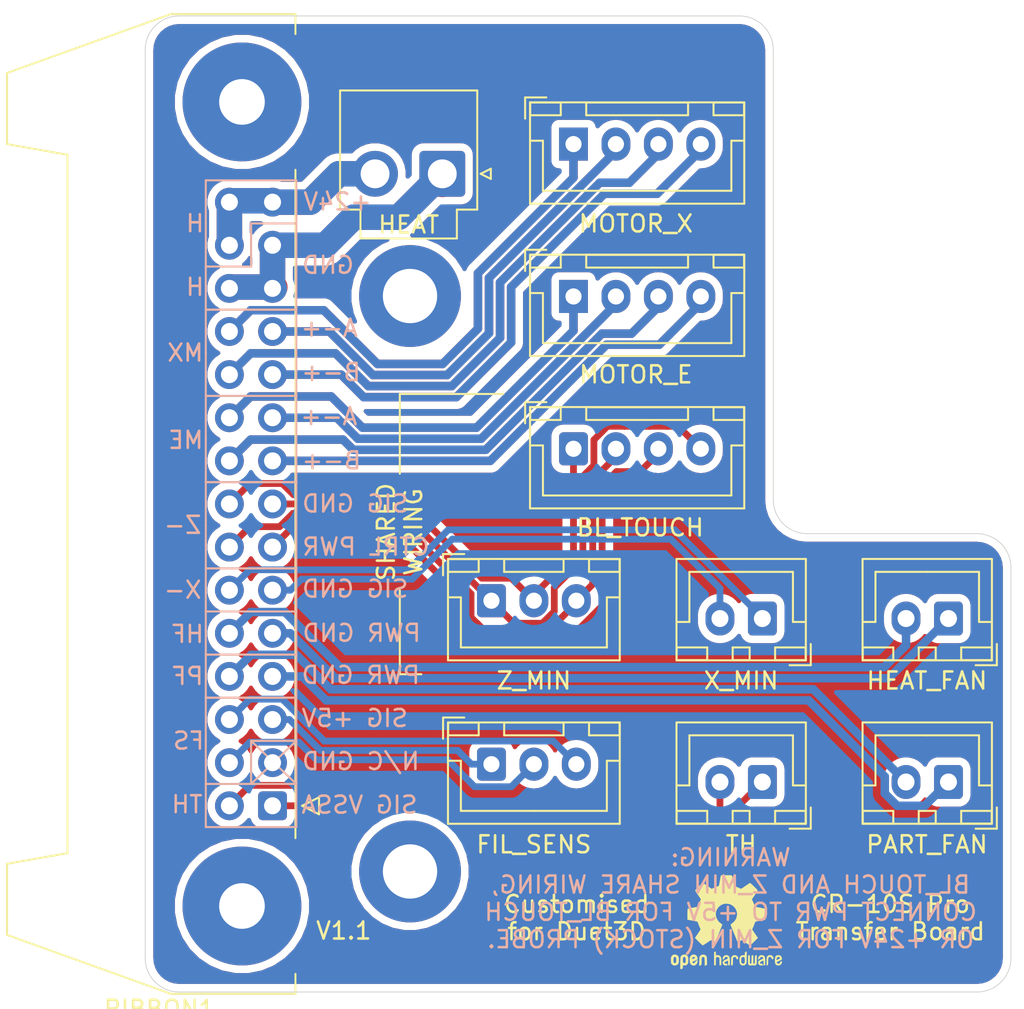
<source format=kicad_pcb>
(kicad_pcb (version 20171130) (host pcbnew "(5.1.9)-1")
  (layers (0 F.Cu signal) (31 B.Cu signal hide) (34 B.Paste user hide) (35 F.Paste user hide) (36 B.SilkS user) (37 F.SilkS user hide) (38 B.Mask user hide) (39 F.Mask user hide) (44 Edge.Cuts user))
  (net 0 "")
  (net 1 "Net-(FIL_SENS1-Pad3)")
  (net 2 "Net-(FIL_SENS1-Pad2)")
  (net 3 "Net-(FIL_SENS1-Pad1)")
  (net 4 "Net-(HEAT1-Pad2)")
  (net 5 "Net-(HEAT1-Pad1)")
  (net 6 "Net-(HEAT_FAN1-Pad2)")
  (net 7 "Net-(HEAT_FAN1-Pad1)")
  (net 8 "Net-(MOTOR_E1-Pad4)")
  (net 9 "Net-(MOTOR_E1-Pad3)")
  (net 10 "Net-(MOTOR_E1-Pad2)")
  (net 11 "Net-(MOTOR_E1-Pad1)")
  (net 12 "Net-(MOTOR_X1-Pad4)")
  (net 13 "Net-(MOTOR_X1-Pad3)")
  (net 14 "Net-(MOTOR_X1-Pad2)")
  (net 15 "Net-(MOTOR_X1-Pad1)")
  (net 16 "Net-(PART_FAN1-Pad2)")
  (net 17 "Net-(PART_FAN1-Pad1)")
  (net 18 "Net-(RIBBON1-Pad11)")
  (net 19 "Net-(RIBBON1-Pad12)")
  (net 20 "Net-(RIBBON1-Pad3)")
  (net 21 "Net-(RIBBON1-Pad2)")
  (net 22 "Net-(RIBBON1-Pad1)")
  (net 23 /SIG)
  (net 24 /CTRL)
  (net 25 /+5V)
  (net 26 /GND)
  (module Connector_IDC:IDC-Header_2x15-1MP_P2.54mm_Latch_Horizontal (layer F.Cu) (at 107.5 89.03 180)
    (fp_text reference RIBBON1 (at 6.665 -11.97) (layer F.SilkS))
    (fp_text value Conn_02x15_Odd_Even)
    (pad MP thru_hole circle (at 1.8 41.465 180) (size 7 7) (drill 2.69) (layers *.Cu *.Mask))
    (pad MP thru_hole circle (at 1.8 -5.905 180) (size 7 7) (drill 2.69) (layers *.Cu *.Mask))
    (pad 30 thru_hole circle (at 2.54 35.56 180) (size 1.7 1.7) (drill 1) (layers *.Cu *.Mask) (net 4 "Net-(HEAT1-Pad2)"))
    (pad 28 thru_hole circle (at 2.54 33.02 180) (size 1.7 1.7) (drill 1) (layers *.Cu *.Mask) (net 4 "Net-(HEAT1-Pad2)"))
    (pad 26 thru_hole circle (at 2.54 30.48 180) (size 1.7 1.7) (drill 1) (layers *.Cu *.Mask) (net 5 "Net-(HEAT1-Pad1)"))
    (pad 24 thru_hole circle (at 2.54 27.94 180) (size 1.7 1.7) (drill 1) (layers *.Cu *.Mask) (net 15 "Net-(MOTOR_X1-Pad1)"))
    (pad 22 thru_hole circle (at 2.54 25.4 180) (size 1.7 1.7) (drill 1) (layers *.Cu *.Mask) (net 13 "Net-(MOTOR_X1-Pad3)"))
    (pad 20 thru_hole circle (at 2.54 22.86 180) (size 1.7 1.7) (drill 1) (layers *.Cu *.Mask) (net 11 "Net-(MOTOR_E1-Pad1)"))
    (pad 18 thru_hole circle (at 2.54 20.32 180) (size 1.7 1.7) (drill 1) (layers *.Cu *.Mask) (net 9 "Net-(MOTOR_E1-Pad3)"))
    (pad 16 thru_hole circle (at 2.54 17.78 180) (size 1.7 1.7) (drill 1) (layers *.Cu *.Mask) (net 26 /GND))
    (pad 14 thru_hole circle (at 2.54 15.24 180) (size 1.7 1.7) (drill 1) (layers *.Cu *.Mask) (net 25 /+5V))
    (pad 12 thru_hole circle (at 2.54 12.7 180) (size 1.7 1.7) (drill 1) (layers *.Cu *.Mask) (net 19 "Net-(RIBBON1-Pad12)"))
    (pad 10 thru_hole circle (at 2.54 10.16 180) (size 1.7 1.7) (drill 1) (layers *.Cu *.Mask) (net 6 "Net-(HEAT_FAN1-Pad2)"))
    (pad 8 thru_hole circle (at 2.54 7.62 180) (size 1.7 1.7) (drill 1) (layers *.Cu *.Mask) (net 16 "Net-(PART_FAN1-Pad2)"))
    (pad 6 thru_hole circle (at 2.54 5.08 180) (size 1.7 1.7) (drill 1) (layers *.Cu *.Mask) (net 1 "Net-(FIL_SENS1-Pad3)"))
    (pad 4 thru_hole circle (at 2.54 2.54 180) (size 1.7 1.7) (drill 1) (layers *.Cu *.Mask) (net 2 "Net-(FIL_SENS1-Pad2)"))
    (pad 2 thru_hole circle (at 2.54 0 180) (size 1.7 1.7) (drill 1) (layers *.Cu *.Mask) (net 21 "Net-(RIBBON1-Pad2)"))
    (pad 29 thru_hole circle (at 0 35.56 180) (size 1.7 1.7) (drill 1) (layers *.Cu *.Mask) (net 4 "Net-(HEAT1-Pad2)"))
    (pad 27 thru_hole circle (at 0 33.02 180) (size 1.7 1.7) (drill 1) (layers *.Cu *.Mask) (net 5 "Net-(HEAT1-Pad1)"))
    (pad 25 thru_hole circle (at 0 30.48 180) (size 1.7 1.7) (drill 1) (layers *.Cu *.Mask) (net 5 "Net-(HEAT1-Pad1)"))
    (pad 23 thru_hole circle (at 0 27.94 180) (size 1.7 1.7) (drill 1) (layers *.Cu *.Mask) (net 14 "Net-(MOTOR_X1-Pad2)") (clearance 0.15))
    (pad 21 thru_hole circle (at 0 25.4 180) (size 1.7 1.7) (drill 1) (layers *.Cu *.Mask) (net 12 "Net-(MOTOR_X1-Pad4)"))
    (pad 19 thru_hole circle (at 0 22.86 180) (size 1.7 1.7) (drill 1) (layers *.Cu *.Mask) (net 10 "Net-(MOTOR_E1-Pad2)"))
    (pad 17 thru_hole circle (at 0 20.32 180) (size 1.7 1.7) (drill 1) (layers *.Cu *.Mask) (net 8 "Net-(MOTOR_E1-Pad4)"))
    (pad 15 thru_hole circle (at 0 17.78 180) (size 1.7 1.7) (drill 1) (layers *.Cu *.Mask) (net 23 /SIG))
    (pad 13 thru_hole circle (at 0 15.24 180) (size 1.7 1.7) (drill 1) (layers *.Cu *.Mask) (net 24 /CTRL))
    (pad 11 thru_hole circle (at 0 12.7 180) (size 1.7 1.7) (drill 1) (layers *.Cu *.Mask) (net 18 "Net-(RIBBON1-Pad11)"))
    (pad 9 thru_hole circle (at 0 10.16 180) (size 1.7 1.7) (drill 1) (layers *.Cu *.Mask) (net 7 "Net-(HEAT_FAN1-Pad1)"))
    (pad 7 thru_hole circle (at 0 7.62 180) (size 1.7 1.7) (drill 1) (layers *.Cu *.Mask) (net 17 "Net-(PART_FAN1-Pad1)"))
    (pad 5 thru_hole circle (at 0 5.08 180) (size 1.7 1.7) (drill 1) (layers *.Cu *.Mask) (net 3 "Net-(FIL_SENS1-Pad1)"))
    (pad 3 thru_hole circle (at 0 2.54 180) (size 1.7 1.7) (drill 1) (layers *.Cu *.Mask) (net 20 "Net-(RIBBON1-Pad3)"))
    (pad 1 thru_hole roundrect (at 0 0 180) (size 1.7 1.7) (drill 1) (layers *.Cu *.Mask) (roundrect_rratio 0.1470588235294118) (net 22 "Net-(RIBBON1-Pad1)"))
  )
  (module Symbol:OSHW-Logo2_7.3x6mm_SilkScreen (layer F.Cu) (at 134.239 95.885)
    (fp_text reference REF** hide)
    (fp_text value OSHW-Logo2_7.3x6mm_SilkScreen hide)
  )
  (module Connector_Pin:Pin_D1.0mm_L10.0mm (layer F.Cu) (at 115.6 92.9)
    (fp_text reference REF** hide)
    (fp_text value Pin_D1.0mm_L10.0mm hide)
    (pad "" thru_hole circle (at 0 0) (size 6 6) (drill 3.2) (layers *.Cu *.Mask))
  )
  (module Connector_Pin:Pin_D1.0mm_L10.0mm (layer F.Cu) (at 115.6 59)
    (fp_text reference REF** hide)
    (fp_text value Pin_D1.0mm_L10.0mm hide)
    (pad "" thru_hole circle (at 0 0) (size 6 6) (drill 3.200001) (layers *.Cu *.Mask))
  )
  (module Connector_JST:JST_XH_B4B-XH-A_1x04_P2.50mm_Vertical (layer F.Cu) (at 125.23 68)
    (fp_text reference BL_TOUCH (at 3.929 4.644) (layer F.SilkS))
    (fp_text value Conn_01x04)
    (pad 4 thru_hole oval (at 7.5 0) (size 1.7 1.95) (drill 0.95) (layers *.Cu *.Mask) (net 23 /SIG))
    (pad 3 thru_hole oval (at 5 0) (size 1.7 1.95) (drill 0.95) (layers *.Cu *.Mask) (net 24 /CTRL))
    (pad 2 thru_hole oval (at 2.5 0) (size 1.7 1.95) (drill 0.95) (layers *.Cu *.Mask) (net 25 /+5V))
    (pad 1 thru_hole roundrect (at 0 0) (size 1.7 1.95) (drill 0.95) (layers *.Cu *.Mask) (roundrect_rratio 0.1470588235294118) (net 26 /GND))
  )
  (module Connector_JST:JST_XH_B2B-XH-A_1x02_P2.50mm_Vertical (layer F.Cu) (at 136.358 78 180)
    (fp_text reference X_MIN (at 1.25 -3.661) (layer F.SilkS))
    (fp_text value Conn_01x02)
    (pad 2 thru_hole oval (at 2.5 0 180) (size 1.7 2) (drill 1) (layers *.Cu *.Mask) (net 18 "Net-(RIBBON1-Pad11)"))
    (pad 1 thru_hole roundrect (at 0 0 180) (size 1.7 2) (drill 1) (layers *.Cu *.Mask) (roundrect_rratio 0.1470588235294118) (net 19 "Net-(RIBBON1-Pad12)"))
  )
  (module Connector_JST:JST_XH_B4B-XH-A_1x04_P2.50mm_Vertical (layer F.Cu) (at 125.23 59.025)
    (fp_text reference MOTOR_E (at 3.675 4.602) (layer F.SilkS))
    (fp_text value Conn_01x04)
    (pad 4 thru_hole oval (at 7.5 0) (size 1.7 1.95) (drill 0.95) (layers *.Cu *.Mask) (net 8 "Net-(MOTOR_E1-Pad4)"))
    (pad 3 thru_hole oval (at 5 0) (size 1.7 1.95) (drill 0.95) (layers *.Cu *.Mask) (net 9 "Net-(MOTOR_E1-Pad3)"))
    (pad 2 thru_hole oval (at 2.5 0) (size 1.7 1.95) (drill 0.95) (layers *.Cu *.Mask) (net 10 "Net-(MOTOR_E1-Pad2)"))
    (pad 1 thru_hole rect (at 0 0) (size 1.7 1.95) (drill 0.95) (layers *.Cu *.Mask) (net 11 "Net-(MOTOR_E1-Pad1)"))
  )
  (module Connector_JST:JST_XH_B3B-XH-A_1x03_P2.50mm_Vertical (layer F.Cu) (at 120.396 76.95)
    (fp_text reference Z_MIN (at 2.5 4.711) (layer F.SilkS))
    (fp_text value Conn_01x03)
    (pad 3 thru_hole oval (at 5 0) (size 1.7 1.95) (drill 0.95) (layers *.Cu *.Mask) (net 25 /+5V))
    (pad 2 thru_hole oval (at 2.5 0) (size 1.7 1.95) (drill 0.95) (layers *.Cu *.Mask) (net 26 /GND))
    (pad 1 thru_hole roundrect (at 0 0) (size 1.7 1.95) (drill 0.95) (layers *.Cu *.Mask) (roundrect_rratio 0.1470588235294118) (net 23 /SIG))
  )
  (module Connector_JST:JST_XH_B2B-XH-A_1x02_P2.50mm_Vertical (layer F.Cu) (at 136.358 87.63 180)
    (fp_text reference TH (at 1.25 -3.683) (layer F.SilkS))
    (fp_text value Conn_01x02)
    (pad 2 thru_hole oval (at 2.5 0 180) (size 1.7 2) (drill 1) (layers *.Cu *.Mask) (net 21 "Net-(RIBBON1-Pad2)"))
    (pad 1 thru_hole roundrect (at 0 0 180) (size 1.7 2) (drill 1) (layers *.Cu *.Mask) (roundrect_rratio 0.1470588235294118) (net 22 "Net-(RIBBON1-Pad1)"))
  )
  (module Connector_JST:JST_XH_B2B-XH-A_1x02_P2.50mm_Vertical (layer F.Cu) (at 147.32 87.63 180)
    (fp_text reference PART_FAN (at 1.27 -3.683) (layer F.SilkS))
    (fp_text value Conn_01x02)
    (pad 1 thru_hole roundrect (at 0 0 180) (size 1.7 2) (drill 1) (layers *.Cu *.Mask) (roundrect_rratio 0.1470588235294118) (net 17 "Net-(PART_FAN1-Pad1)"))
    (pad 2 thru_hole oval (at 2.5 0 180) (size 1.7 2) (drill 1) (layers *.Cu *.Mask) (net 16 "Net-(PART_FAN1-Pad2)"))
  )
  (module Connector_JST:JST_XH_B4B-XH-A_1x04_P2.50mm_Vertical (layer F.Cu) (at 125.23 50.05)
    (fp_text reference MOTOR_X (at 3.675 4.687) (layer F.SilkS))
    (fp_text value Conn_01x04)
    (pad 4 thru_hole oval (at 7.5 0) (size 1.7 1.95) (drill 0.95) (layers *.Cu *.Mask) (net 12 "Net-(MOTOR_X1-Pad4)"))
    (pad 3 thru_hole oval (at 5 0) (size 1.7 1.95) (drill 0.95) (layers *.Cu *.Mask) (net 13 "Net-(MOTOR_X1-Pad3)"))
    (pad 2 thru_hole oval (at 2.5 0) (size 1.7 1.95) (drill 0.95) (layers *.Cu *.Mask) (net 14 "Net-(MOTOR_X1-Pad2)"))
    (pad 1 thru_hole rect (at 0 0) (size 1.7 1.95) (drill 0.95) (layers *.Cu *.Mask) (net 15 "Net-(MOTOR_X1-Pad1)"))
  )
  (module Connector_JST:JST_XH_B2B-XH-A_1x02_P2.50mm_Vertical (layer F.Cu) (at 147.32 78 180)
    (fp_text reference HEAT_FAN (at 1.27 -3.661) (layer F.SilkS))
    (fp_text value Conn_01x02)
    (pad 1 thru_hole roundrect (at 0 0 180) (size 1.7 2) (drill 1) (layers *.Cu *.Mask) (roundrect_rratio 0.1470588235294118) (net 7 "Net-(HEAT_FAN1-Pad1)"))
    (pad 2 thru_hole oval (at 2.5 0 180) (size 1.7 2) (drill 1) (layers *.Cu *.Mask) (net 6 "Net-(HEAT_FAN1-Pad2)"))
  )
  (module Connector_JST:JST_VH_B2P-VH-B_1x02_P3.96mm_Vertical (layer F.Cu) (at 117.5 51.8 180)
    (fp_text reference HEAT (at 1.98 -3) (layer F.SilkS))
    (fp_text value Conn_01x02)
    (pad 1 thru_hole roundrect (at 0 0 180) (size 2.7 2.7) (drill 1.7) (layers *.Cu *.Mask) (roundrect_rratio 0.09259296296296296) (net 5 "Net-(HEAT1-Pad1)"))
    (pad 2 thru_hole circle (at 3.96 0 180) (size 2.7 2.7) (drill 1.7) (layers *.Cu *.Mask) (net 4 "Net-(HEAT1-Pad2)"))
  )
  (module Connector_JST:JST_XH_B3B-XH-A_1x03_P2.50mm_Vertical (layer F.Cu) (at 120.396 86.58)
    (fp_text reference FIL_SENS (at 2.5 4.733) (layer F.SilkS))
    (fp_text value Conn_01x03)
    (pad 3 thru_hole oval (at 5 0) (size 1.7 1.95) (drill 0.95) (layers *.Cu *.Mask) (net 1 "Net-(FIL_SENS1-Pad3)"))
    (pad 2 thru_hole oval (at 2.5 0) (size 1.7 1.95) (drill 0.95) (layers *.Cu *.Mask) (net 2 "Net-(FIL_SENS1-Pad2)"))
    (pad 1 thru_hole roundrect (at 0 0) (size 1.7 1.95) (drill 0.95) (layers *.Cu *.Mask) (roundrect_rratio 0.1470588235294118) (net 3 "Net-(FIL_SENS1-Pad1)"))
  )
  (gr_text V1.1 (at 111.6965 96.393) (layer F.SilkS) (effects (font (size 1 1))))
  (gr_text "WARNING:\nBL_TOUCH AND Z_MIN SHARE WIRING,\nCONNECT PWR TO +5V FOR BL_TOUCH\nOR +24V FOR Z_MIN (STOCK) PROBE." (at 134.493 94.488) (layer B.SilkS) (effects (font (size 1 1)) (justify mirror)))
  (gr_text "SIG +5V" (at 112.3442 83.8708) (layer B.SilkS) (effects (font (size 1 1)) (justify mirror)))
  (gr_text "N/C GND" (at 112.6998 86.4108) (layer B.SilkS) (effects (font (size 1 1)) (justify mirror)))
  (gr_text "SIG VSSA" (at 112.6236 88.9762) (layer B.SilkS) (effects (font (size 1 1)) (justify mirror)))
  (gr_text "PWR GND" (at 112.6998 81.3308) (layer B.SilkS) (effects (font (size 1 1)) (justify mirror)))
  (gr_text "PWR GND" (at 112.7506 78.8543) (layer B.SilkS) (effects (font (size 1 1)) (justify mirror)))
  (gr_text "SIG GND" (at 112.3696 76.2508) (layer B.SilkS) (effects (font (size 1 1)) (justify mirror)))
  (gr_text "CTRL PWR" (at 113.0046 73.7743) (layer B.SilkS) (effects (font (size 1 1)) (justify mirror)))
  (gr_text "SIG GND" (at 112.3696 71.2343) (layer B.SilkS) (effects (font (size 1 1)) (justify mirror)))
  (gr_text A-+ (at 110.8202 66.0908) (layer B.SilkS) (effects (font (size 1 1)) (justify mirror)))
  (gr_text B-+ (at 110.9726 68.6943) (layer B.SilkS) (effects (font (size 1 1)) (justify mirror)))
  (gr_text B-+ (at 110.9472 63.4873) (layer B.SilkS) (effects (font (size 1 1)) (justify mirror)))
  (gr_text A-+ (at 110.8456 60.8838) (layer B.SilkS) (effects (font (size 1 1)) (justify mirror)))
  (gr_text GND (at 110.7694 57.1754) (layer B.SilkS) (effects (font (size 1 1)) (justify mirror)))
  (gr_text +24V (at 111.3282 53.4416) (layer B.SilkS) (effects (font (size 1 1)) (justify mirror)))
  (gr_text H (at 102.9335 54.7243) (layer B.SilkS) (effects (font (size 1 1)) (justify mirror)))
  (gr_text H (at 102.9335 58.4708) (layer B.SilkS) (effects (font (size 1 1)) (justify mirror)))
  (gr_text MX (at 102.362 62.3443) (layer B.SilkS) (effects (font (size 1 1)) (justify mirror)))
  (gr_text ME (at 102.3874 67.4878) (layer B.SilkS) (effects (font (size 1 1)) (justify mirror)))
  (gr_text Z- (at 102.2096 72.4916) (layer B.SilkS) (effects (font (size 1 1)) (justify mirror)))
  (gr_text X- (at 102.2096 76.3143) (layer B.SilkS) (effects (font (size 1 1)) (justify mirror)))
  (gr_text HF (at 102.489 78.9178) (layer B.SilkS) (effects (font (size 1 1)) (justify mirror)))
  (gr_text PF (at 102.489 81.3943) (layer B.SilkS) (effects (font (size 1 1)) (justify mirror)))
  (gr_text FS (at 102.5525 85.2043) (layer B.SilkS) (effects (font (size 1 1)) (justify mirror)))
  (gr_text TH (at 102.4636 88.9508) (layer B.SilkS) (effects (font (size 1 1)) (justify mirror)))
  (gr_line (start 108.9025 85.2043) (end 106.2355 87.7443) (layer B.SilkS) (width 0.12))
  (gr_line (start 106.2355 85.2043) (end 108.9025 87.7443) (layer B.SilkS) (width 0.12))
  (gr_line (start 108.9025 90.2843) (end 106.2355 90.2843) (layer B.SilkS) (width 0.12))
  (gr_line (start 106.2355 87.7443) (end 108.9025 87.7443) (layer B.SilkS) (width 0.12))
  (gr_line (start 108.9025 87.7443) (end 108.9025 90.2843) (layer B.SilkS) (width 0.12))
  (gr_line (start 106.2355 90.2843) (end 103.5685 90.2843) (layer B.SilkS) (width 0.12))
  (gr_line (start 103.5685 87.7443) (end 106.2355 87.7443) (layer B.SilkS) (width 0.12))
  (gr_line (start 103.5685 90.2843) (end 103.5685 87.7443) (layer B.SilkS) (width 0.12))
  (gr_line (start 108.9025 87.7443) (end 106.2355 87.7443) (layer B.SilkS) (width 0.12))
  (gr_line (start 106.2355 85.2043) (end 108.9025 85.2043) (layer B.SilkS) (width 0.12))
  (gr_line (start 108.9025 85.2043) (end 108.9025 87.7443) (layer B.SilkS) (width 0.12))
  (gr_line (start 106.2355 87.7443) (end 106.2355 85.2043) (layer B.SilkS) (width 0.12))
  (gr_line (start 106.2355 87.7443) (end 103.5685 87.7443) (layer B.SilkS) (width 0.12))
  (gr_line (start 106.2355 85.2043) (end 106.2355 87.7443) (layer B.SilkS) (width 0.12))
  (gr_line (start 103.5685 87.7443) (end 103.5685 85.2043) (layer B.SilkS) (width 0.12))
  (gr_line (start 108.9025 85.2043) (end 106.2355 85.2043) (layer B.SilkS) (width 0.12))
  (gr_line (start 106.2355 82.6643) (end 108.9025 82.6643) (layer B.SilkS) (width 0.12))
  (gr_line (start 108.9025 82.6643) (end 108.9025 85.2043) (layer B.SilkS) (width 0.12))
  (gr_line (start 103.5685 82.6643) (end 106.2355 82.6643) (layer B.SilkS) (width 0.12))
  (gr_line (start 103.5685 85.2043) (end 103.5685 82.6643) (layer B.SilkS) (width 0.12))
  (gr_line (start 108.9025 82.6643) (end 106.2355 82.6643) (layer B.SilkS) (width 0.12))
  (gr_line (start 106.2355 80.1243) (end 108.9025 80.1243) (layer B.SilkS) (width 0.12))
  (gr_line (start 108.9025 80.1243) (end 108.9025 82.6643) (layer B.SilkS) (width 0.12))
  (gr_line (start 106.2355 82.6643) (end 103.5685 82.6643) (layer B.SilkS) (width 0.12))
  (gr_line (start 103.5685 80.1243) (end 106.2355 80.1243) (layer B.SilkS) (width 0.12))
  (gr_line (start 103.5685 82.6643) (end 103.5685 80.1243) (layer B.SilkS) (width 0.12))
  (gr_line (start 108.9025 80.1243) (end 106.2355 80.1243) (layer B.SilkS) (width 0.12))
  (gr_line (start 106.2355 77.5843) (end 108.9025 77.5843) (layer B.SilkS) (width 0.12))
  (gr_line (start 108.9025 77.5843) (end 108.9025 80.1243) (layer B.SilkS) (width 0.12))
  (gr_line (start 106.2355 80.1243) (end 103.5685 80.1243) (layer B.SilkS) (width 0.12))
  (gr_line (start 103.5685 77.5843) (end 106.2355 77.5843) (layer B.SilkS) (width 0.12))
  (gr_line (start 103.5685 80.1243) (end 103.5685 77.5843) (layer B.SilkS) (width 0.12))
  (gr_line (start 108.9025 77.5843) (end 106.2355 77.5843) (layer B.SilkS) (width 0.12))
  (gr_line (start 106.2355 75.0443) (end 108.9025 75.0443) (layer B.SilkS) (width 0.12))
  (gr_line (start 108.9025 75.0443) (end 108.9025 77.5843) (layer B.SilkS) (width 0.12))
  (gr_line (start 106.2355 77.5843) (end 103.5685 77.5843) (layer B.SilkS) (width 0.12))
  (gr_line (start 103.5685 75.0443) (end 106.2355 75.0443) (layer B.SilkS) (width 0.12))
  (gr_line (start 103.5685 77.5843) (end 103.5685 75.0443) (layer B.SilkS) (width 0.12))
  (gr_line (start 108.9025 75.0443) (end 106.2355 75.0443) (layer B.SilkS) (width 0.12))
  (gr_line (start 108.9025 72.5043) (end 108.9025 75.0443) (layer B.SilkS) (width 0.12))
  (gr_line (start 106.2355 75.0443) (end 103.5685 75.0443) (layer B.SilkS) (width 0.12))
  (gr_line (start 103.5685 75.0443) (end 103.5685 72.5043) (layer B.SilkS) (width 0.12))
  (gr_line (start 106.2355 69.9643) (end 108.9025 69.9643) (layer B.SilkS) (width 0.12))
  (gr_line (start 108.9025 69.9643) (end 108.9025 72.5043) (layer B.SilkS) (width 0.12))
  (gr_line (start 103.5685 69.9643) (end 106.2355 69.9643) (layer B.SilkS) (width 0.12))
  (gr_line (start 103.5685 72.5043) (end 103.5685 69.9643) (layer B.SilkS) (width 0.12))
  (gr_line (start 108.9025 69.9643) (end 106.2355 69.9643) (layer B.SilkS) (width 0.12))
  (gr_line (start 108.9025 67.4243) (end 108.9025 69.9643) (layer B.SilkS) (width 0.12))
  (gr_line (start 106.2355 69.9643) (end 103.5685 69.9643) (layer B.SilkS) (width 0.12))
  (gr_line (start 103.5685 69.9643) (end 103.5685 67.4243) (layer B.SilkS) (width 0.12))
  (gr_line (start 106.2355 64.8843) (end 108.9025 64.8843) (layer B.SilkS) (width 0.12))
  (gr_line (start 108.9025 64.8843) (end 108.9025 67.4243) (layer B.SilkS) (width 0.12))
  (gr_line (start 103.5685 64.8843) (end 106.2355 64.8843) (layer B.SilkS) (width 0.12))
  (gr_line (start 103.5685 67.4243) (end 103.5685 64.8843) (layer B.SilkS) (width 0.12))
  (gr_line (start 108.9025 64.8843) (end 106.2355 64.8843) (layer B.SilkS) (width 0.12))
  (gr_line (start 108.9025 62.3443) (end 108.9025 64.8843) (layer B.SilkS) (width 0.12))
  (gr_line (start 106.2355 64.8843) (end 103.5685 64.8843) (layer B.SilkS) (width 0.12))
  (gr_line (start 103.5685 64.8843) (end 103.5685 62.3443) (layer B.SilkS) (width 0.12))
  (gr_line (start 106.2355 59.8043) (end 108.9025 59.8043) (layer B.SilkS) (width 0.12))
  (gr_line (start 108.9025 59.8043) (end 108.9025 62.3443) (layer B.SilkS) (width 0.12))
  (gr_line (start 103.5685 59.8043) (end 106.2355 59.8043) (layer B.SilkS) (width 0.12))
  (gr_line (start 103.5685 62.3443) (end 103.5685 59.8043) (layer B.SilkS) (width 0.12))
  (gr_line (start 108.9025 59.8043) (end 106.2355 59.8043) (layer B.SilkS) (width 0.12))
  (gr_line (start 108.9025 57.2643) (end 108.9025 59.8043) (layer B.SilkS) (width 0.12))
  (gr_line (start 106.2355 59.8043) (end 103.5685 59.8043) (layer B.SilkS) (width 0.12))
  (gr_line (start 103.5685 57.2643) (end 106.2355 57.2643) (layer B.SilkS) (width 0.12))
  (gr_line (start 103.5685 59.8043) (end 103.5685 57.2643) (layer B.SilkS) (width 0.12))
  (gr_line (start 106.2355 54.7243) (end 108.9025 54.7243) (layer B.SilkS) (width 0.12))
  (gr_line (start 108.9025 54.7243) (end 108.9025 57.2643) (layer B.SilkS) (width 0.12))
  (gr_line (start 106.2355 57.2643) (end 106.2355 54.7243) (layer B.SilkS) (width 0.12))
  (gr_line (start 106.2355 57.2643) (end 103.5685 57.2643) (layer B.SilkS) (width 0.12))
  (gr_line (start 106.2355 54.7243) (end 106.2355 57.2643) (layer B.SilkS) (width 0.12))
  (gr_line (start 103.5685 57.2643) (end 103.5685 54.7243) (layer B.SilkS) (width 0.12))
  (gr_line (start 108.9025 54.7243) (end 106.2355 54.7243) (layer B.SilkS) (width 0.12))
  (gr_line (start 106.2355 52.1843) (end 108.9025 52.1843) (layer B.SilkS) (width 0.12))
  (gr_line (start 108.9025 52.1843) (end 108.9025 54.7243) (layer B.SilkS) (width 0.12))
  (gr_line (start 103.5685 52.1843) (end 106.2355 52.1843) (layer B.SilkS) (width 0.12))
  (gr_line (start 103.5685 54.7243) (end 103.5685 52.1843) (layer B.SilkS) (width 0.12))
  (gr_text "SHARED\nWIRING" (at 114.9985 72.898 90) (layer F.SilkS) (effects (font (size 1 1))))
  (gr_line (start 114.9985 81.28) (end 116.2685 81.28) (layer F.SilkS) (width 0.12))
  (gr_line (start 114.9985 77.47) (end 114.9985 81.28) (layer F.SilkS) (width 0.12))
  (gr_line (start 114.9985 64.77) (end 121.0945 64.77) (layer F.SilkS) (width 0.12))
  (gr_line (start 114.9985 68.58) (end 114.9985 64.77) (layer F.SilkS) (width 0.12))
  (gr_line (start 114.9985 76.327) (end 114.9985 77.47) (layer F.SilkS) (width 0.12))
  (gr_line (start 114.9985 69.469) (end 114.9985 68.58) (layer F.SilkS) (width 0.12))
  (gr_text "Customised\nfor Duet3D" (at 125.4125 95.631) (layer F.SilkS) (effects (font (size 1 1))))
  (gr_text "CR-10S Pro\nTransfer Board" (at 143.891 95.631) (layer F.SilkS) (effects (font (size 1 1))))
  (gr_arc (start 135 44.5) (end 137 44.5) (angle -90) (layer Edge.Cuts) (width 0.05))
  (gr_arc (start 139 71) (end 137 71) (angle -90) (layer Edge.Cuts) (width 0.05))
  (gr_arc (start 149 75) (end 151 75) (angle -90) (layer Edge.Cuts) (width 0.05))
  (gr_arc (start 149 98) (end 149 100) (angle -90) (layer Edge.Cuts) (width 0.05))
  (gr_arc (start 102 98) (end 100 98) (angle -90) (layer Edge.Cuts) (width 0.05))
  (gr_arc (start 102 44.5) (end 102 42.5) (angle -90) (layer Edge.Cuts) (width 0.05))
  (gr_line (start 135 42.5) (end 102 42.5) (layer Edge.Cuts) (width 0.05))
  (gr_line (start 137 71) (end 137 44.5) (layer Edge.Cuts) (width 0.05))
  (gr_line (start 149 73) (end 139 73) (layer Edge.Cuts) (width 0.05))
  (gr_line (start 151 98) (end 151 75) (layer Edge.Cuts) (width 0.05))
  (gr_line (start 102 100) (end 149 100) (layer Edge.Cuts) (width 0.05))
  (gr_line (start 100 44.5008) (end 100 98) (layer Edge.Cuts) (width 0.05))
  (segment (start 130.23 68) (end 130.23 68.779) (width 0.4) (layer F.Cu) (net 24))
  (segment (start 114.684 71.25) (end 107.5 71.25) (width 0.4) (layer F.Cu) (net 23))
  (segment (start 120.384 76.95) (end 114.684 71.25) (width 0.4) (layer F.Cu) (net 23))
  (segment (start 122.896 76.92081) (end 122.896 76.95) (width 0.3) (layer F.Cu) (net 26))
  (segment (start 122.896 76.601775) (end 122.896 76.95) (width 0.4) (layer F.Cu) (net 26))
  (segment (start 125.23 74.267775) (end 122.896 76.601775) (width 0.4) (layer F.Cu) (net 26))
  (segment (start 125.23 68) (end 125.23 74.267775) (width 0.4) (layer F.Cu) (net 26))
  (segment (start 121.56859 75.62259) (end 122.896 76.95) (width 0.4) (layer F.Cu) (net 26))
  (segment (start 114.912815 70.69759) (end 119.837814 75.62259) (width 0.4) (layer F.Cu) (net 26))
  (segment (start 108.727292 70.69759) (end 114.912815 70.69759) (width 0.4) (layer F.Cu) (net 26))
  (segment (start 108.077201 70.047499) (end 108.727292 70.69759) (width 0.4) (layer F.Cu) (net 26))
  (segment (start 106.162501 70.047499) (end 108.077201 70.047499) (width 0.4) (layer F.Cu) (net 26))
  (segment (start 119.837814 75.62259) (end 121.56859 75.62259) (width 0.4) (layer F.Cu) (net 26))
  (segment (start 104.96 71.25) (end 106.162501 70.047499) (width 0.4) (layer F.Cu) (net 26))
  (segment (start 125.396 86.534) (end 125.396 86.58) (width 0.4) (layer B.Cu) (net 1))
  (segment (start 124.033 85.217) (end 125.396 86.58) (width 0.4) (layer B.Cu) (net 1))
  (segment (start 110.546702 85.217) (end 124.033 85.217) (width 0.4) (layer B.Cu) (net 1))
  (segment (start 108.077201 82.747499) (end 110.546702 85.217) (width 0.4) (layer B.Cu) (net 1))
  (segment (start 106.162501 82.747499) (end 108.077201 82.747499) (width 0.4) (layer B.Cu) (net 1))
  (segment (start 104.96 83.95) (end 106.162501 82.747499) (width 0.4) (layer B.Cu) (net 1))
  (segment (start 122.896 86.58) (end 122.569546 86.58) (width 0.3) (layer B.Cu) (net 2))
  (segment (start 107.591224 83.95) (end 107.5 83.95) (width 0.4) (layer B.Cu) (net 3))
  (segment (start 122.896 86.574) (end 122.896 86.58) (width 0.4) (layer B.Cu) (net 2))
  (segment (start 122.896 86.121835) (end 122.896 86.58) (width 0.4) (layer B.Cu) (net 2))
  (segment (start 121.56859 87.90741) (end 122.896 86.58) (width 0.4) (layer B.Cu) (net 2))
  (segment (start 110.089072 86.32182) (end 117.81782 86.32182) (width 0.4) (layer B.Cu) (net 2))
  (segment (start 117.81782 86.32182) (end 119.40341 87.90741) (width 0.4) (layer B.Cu) (net 2))
  (segment (start 109.054753 85.287499) (end 110.089072 86.32182) (width 0.4) (layer B.Cu) (net 2))
  (segment (start 106.162501 85.287499) (end 109.054753 85.287499) (width 0.4) (layer B.Cu) (net 2))
  (segment (start 119.40341 87.90741) (end 121.56859 87.90741) (width 0.4) (layer B.Cu) (net 2))
  (segment (start 104.96 86.49) (end 106.162501 85.287499) (width 0.4) (layer B.Cu) (net 2))
  (segment (start 119.219 86.58) (end 120.396 86.58) (width 0.4) (layer B.Cu) (net 3))
  (segment (start 118.40841 85.76941) (end 119.219 86.58) (width 0.4) (layer B.Cu) (net 3))
  (segment (start 110.317887 85.76941) (end 118.40841 85.76941) (width 0.4) (layer B.Cu) (net 3))
  (segment (start 108.498478 83.95) (end 110.317887 85.76941) (width 0.4) (layer B.Cu) (net 3))
  (segment (start 107.5 83.95) (end 108.498478 83.95) (width 0.4) (layer B.Cu) (net 3))
  (segment (start 104.96 55.93) (end 104.96 53.39) (width 1.5) (layer F.Cu) (net 4))
  (segment (start 104.96 53.39) (end 107.5 53.39) (width 1.5) (layer F.Cu) (net 4))
  (segment (start 111.395 51.8) (end 113.54 51.8) (width 1.5) (layer F.Cu) (net 4))
  (segment (start 109.725 53.47) (end 111.395 51.8) (width 1.5) (layer F.Cu) (net 4))
  (segment (start 107.5 53.47) (end 109.725 53.47) (width 1.5) (layer F.Cu) (net 4))
  (segment (start 104.96 53.39) (end 107.5 53.39) (width 1.5) (layer B.Cu) (net 4))
  (segment (start 104.96 55.93) (end 104.96 53.39) (width 1.5) (layer B.Cu) (net 4))
  (segment (start 109.725 53.47) (end 111.395 51.8) (width 1.5) (layer B.Cu) (net 4))
  (segment (start 107.5 53.47) (end 109.725 53.47) (width 1.5) (layer B.Cu) (net 4))
  (segment (start 111.395 51.8) (end 113.54 51.8) (width 1.5) (layer B.Cu) (net 4))
  (segment (start 107.5 58.48) (end 107.636 58.48) (width 1.5) (layer F.Cu) (net 5))
  (segment (start 104.96 58.47) (end 107.5 58.47) (width 1.5) (layer F.Cu) (net 5))
  (segment (start 107.5 58.47) (end 107.5 55.93) (width 1.5) (layer F.Cu) (net 5))
  (segment (start 117.5 51.8) (end 117.491 51.8) (width 1.5) (layer F.Cu) (net 5))
  (segment (start 117.5 52.426) (end 117.5 51.8) (width 1.5) (layer F.Cu) (net 5))
  (segment (start 107.5 58.47) (end 107.5 55.93) (width 1.5) (layer B.Cu) (net 5))
  (segment (start 104.96 58.47) (end 107.5 58.47) (width 1.5) (layer B.Cu) (net 5))
  (segment (start 114.944 54.356) (end 117.5 51.8) (width 1.5) (layer B.Cu) (net 5))
  (segment (start 114.944 54.356) (end 117.5 51.8) (width 1.5) (layer F.Cu) (net 5))
  (segment (start 112.268 54.356) (end 114.944 54.356) (width 1.5) (layer F.Cu) (net 5))
  (segment (start 110.614 56.01) (end 112.268 54.356) (width 1.5) (layer F.Cu) (net 5))
  (segment (start 107.5 56.01) (end 110.614 56.01) (width 1.5) (layer F.Cu) (net 5))
  (segment (start 107.5 56.01) (end 110.614 56.01) (width 1.5) (layer B.Cu) (net 5))
  (segment (start 112.268 54.356) (end 114.944 54.356) (width 1.5) (layer B.Cu) (net 5))
  (segment (start 110.614 56.01) (end 112.268 54.356) (width 1.5) (layer B.Cu) (net 5))
  (segment (start 107.607961 78.8) (end 107.5 78.8) (width 0.3) (layer B.Cu) (net 7))
  (segment (start 107.736348 78.87) (end 107.5 78.87) (width 0.5) (layer B.Cu) (net 7))
  (segment (start 144.82 78) (end 144.82 78.065) (width 0.5) (layer B.Cu) (net 6))
  (segment (start 143.534348 80.863006) (end 144.82 79.577354) (width 0.5) (layer B.Cu) (net 6))
  (segment (start 144.82 79.577354) (end 144.82 78) (width 0.5) (layer B.Cu) (net 6))
  (segment (start 111.470006 80.863006) (end 143.534348 80.863006) (width 0.5) (layer B.Cu) (net 6))
  (segment (start 108.224499 77.617499) (end 111.470006 80.863006) (width 0.5) (layer B.Cu) (net 6))
  (segment (start 106.212501 77.617499) (end 108.224499 77.617499) (width 0.5) (layer B.Cu) (net 6))
  (segment (start 104.96 78.87) (end 106.212501 77.617499) (width 0.5) (layer B.Cu) (net 6))
  (segment (start 147.32 78) (end 147.32 77.978) (width 0.5) (layer B.Cu) (net 7))
  (segment (start 143.804584 81.515416) (end 147.32 78) (width 0.5) (layer B.Cu) (net 7))
  (segment (start 111.19977 81.515416) (end 143.804584 81.515416) (width 0.5) (layer B.Cu) (net 7))
  (segment (start 108.554354 78.87) (end 111.19977 81.515416) (width 0.5) (layer B.Cu) (net 7))
  (segment (start 107.5 78.87) (end 108.554354 78.87) (width 0.5) (layer B.Cu) (net 7))
  (segment (start 107.5 68.64) (end 107.5 68.7396) (width 0.4) (layer B.Cu) (net 8))
  (segment (start 107.5 68.64) (end 107.678672 68.64) (width 0.4) (layer B.Cu) (net 8))
  (segment (start 107.678672 68.64) (end 107.5 68.64) (width 0.4) (layer F.Cu) (net 8))
  (segment (start 120.333294 68.709999) (end 127.176882 61.86641) (width 0.5) (layer F.Cu) (net 8))
  (segment (start 107.5 68.71) (end 120.333294 68.709999) (width 0.5) (layer F.Cu) (net 8))
  (segment (start 127.176882 61.86641) (end 130.28459 61.86641) (width 0.5) (layer F.Cu) (net 8))
  (segment (start 132.73 59.421) (end 132.73 59.025) (width 0.5) (layer F.Cu) (net 8))
  (segment (start 130.28459 61.86641) (end 132.73 59.421) (width 0.5) (layer F.Cu) (net 8))
  (segment (start 127.176882 61.86641) (end 130.28459 61.86641) (width 0.5) (layer B.Cu) (net 8))
  (segment (start 130.28459 61.86641) (end 132.73 59.421) (width 0.5) (layer B.Cu) (net 8))
  (segment (start 132.73 59.421) (end 132.73 59.025) (width 0.5) (layer B.Cu) (net 8))
  (segment (start 107.5 68.71) (end 120.333294 68.709999) (width 0.5) (layer B.Cu) (net 8))
  (segment (start 120.333294 68.709999) (end 127.176882 61.86641) (width 0.5) (layer B.Cu) (net 8))
  (segment (start 128.651 61.214) (end 130.23 59.635) (width 0.5) (layer F.Cu) (net 9))
  (segment (start 126.906646 61.214) (end 128.651 61.214) (width 0.5) (layer F.Cu) (net 9))
  (segment (start 130.23 59.635) (end 130.23 59.025) (width 0.5) (layer F.Cu) (net 9))
  (segment (start 120.063057 68.057589) (end 126.906646 61.214) (width 0.5) (layer F.Cu) (net 9))
  (segment (start 112.253589 68.057589) (end 120.063057 68.057589) (width 0.5) (layer F.Cu) (net 9))
  (segment (start 111.653499 67.457499) (end 112.253589 68.057589) (width 0.5) (layer F.Cu) (net 9))
  (segment (start 106.212501 67.457499) (end 111.653499 67.457499) (width 0.5) (layer F.Cu) (net 9))
  (segment (start 104.96 68.71) (end 106.212501 67.457499) (width 0.5) (layer F.Cu) (net 9))
  (segment (start 111.653499 67.457499) (end 112.253589 68.057589) (width 0.5) (layer B.Cu) (net 9))
  (segment (start 112.253589 68.057589) (end 120.063057 68.057589) (width 0.5) (layer B.Cu) (net 9))
  (segment (start 106.212501 67.457499) (end 111.653499 67.457499) (width 0.5) (layer B.Cu) (net 9))
  (segment (start 104.96 68.71) (end 106.212501 67.457499) (width 0.5) (layer B.Cu) (net 9))
  (segment (start 130.23 59.635) (end 130.23 59.025) (width 0.5) (layer B.Cu) (net 9))
  (segment (start 128.651 61.214) (end 130.23 59.635) (width 0.5) (layer B.Cu) (net 9))
  (segment (start 126.906646 61.214) (end 128.651 61.214) (width 0.5) (layer B.Cu) (net 9))
  (segment (start 120.063057 68.057589) (end 126.906646 61.214) (width 0.5) (layer B.Cu) (net 9))
  (segment (start 107.5 66.17) (end 107.749495 66.17) (width 0.5) (layer F.Cu) (net 10))
  (segment (start 119.792822 67.405178) (end 127.73 59.468) (width 0.5) (layer F.Cu) (net 10))
  (segment (start 127.73 59.468) (end 127.73 59.067) (width 0.5) (layer F.Cu) (net 10))
  (segment (start 112.523826 67.405178) (end 119.792822 67.405178) (width 0.5) (layer F.Cu) (net 10))
  (segment (start 111.288648 66.17) (end 112.523826 67.405178) (width 0.5) (layer F.Cu) (net 10))
  (segment (start 107.5 66.17) (end 111.288648 66.17) (width 0.5) (layer F.Cu) (net 10))
  (segment (start 127.73 59.468) (end 127.73 59.067) (width 0.5) (layer B.Cu) (net 10))
  (segment (start 112.523826 67.405178) (end 119.792822 67.405178) (width 0.5) (layer B.Cu) (net 10))
  (segment (start 111.288648 66.17) (end 112.523826 67.405178) (width 0.5) (layer B.Cu) (net 10))
  (segment (start 107.5 66.17) (end 111.288648 66.17) (width 0.5) (layer B.Cu) (net 10))
  (segment (start 119.792822 67.405178) (end 127.73 59.468) (width 0.5) (layer B.Cu) (net 10))
  (segment (start 125.23 60.952) (end 125.23 59.067) (width 0.5) (layer F.Cu) (net 11))
  (segment (start 125.23 61.045354) (end 125.23 60.952) (width 0.5) (layer F.Cu) (net 11))
  (segment (start 119.522584 66.75277) (end 125.23 61.045354) (width 0.5) (layer F.Cu) (net 11))
  (segment (start 112.794064 66.75277) (end 119.522584 66.75277) (width 0.5) (layer F.Cu) (net 11))
  (segment (start 110.958793 64.917499) (end 112.794064 66.75277) (width 0.5) (layer F.Cu) (net 11))
  (segment (start 106.212501 64.917499) (end 110.958793 64.917499) (width 0.5) (layer F.Cu) (net 11))
  (segment (start 104.96 66.17) (end 106.212501 64.917499) (width 0.5) (layer F.Cu) (net 11))
  (segment (start 125.23 60.952) (end 125.23 59.067) (width 0.5) (layer B.Cu) (net 11))
  (segment (start 112.794064 66.75277) (end 119.522584 66.75277) (width 0.5) (layer B.Cu) (net 11))
  (segment (start 110.958793 64.917499) (end 112.794064 66.75277) (width 0.5) (layer B.Cu) (net 11))
  (segment (start 106.212501 64.917499) (end 110.958793 64.917499) (width 0.5) (layer B.Cu) (net 11))
  (segment (start 119.522584 66.75277) (end 125.23 61.045354) (width 0.5) (layer B.Cu) (net 11))
  (segment (start 104.96 66.17) (end 106.212501 64.917499) (width 0.5) (layer B.Cu) (net 11))
  (segment (start 107.5 63.56) (end 107.678672 63.56) (width 0.4) (layer B.Cu) (net 12))
  (segment (start 107.5 63.56) (end 107.678672 63.56) (width 0.4) (layer F.Cu) (net 12))
  (segment (start 112.869288 64.957231) (end 112.487115 64.575058) (width 0.5) (layer B.Cu) (net 12))
  (segment (start 118.330712 64.957231) (end 112.869288 64.957231) (width 0.5) (layer B.Cu) (net 12))
  (segment (start 111.54206 63.63) (end 107.5 63.63) (width 0.5) (layer B.Cu) (net 12))
  (segment (start 112.487115 64.575055) (end 111.54206 63.63) (width 0.5) (layer B.Cu) (net 12))
  (segment (start 121.557231 61.730712) (end 118.330712 64.957231) (width 0.5) (layer B.Cu) (net 12))
  (segment (start 132.73 50.404) (end 132.73 50.008) (width 0.5) (layer F.Cu) (net 12))
  (segment (start 121.557231 58.469063) (end 127.049883 52.976411) (width 0.5) (layer F.Cu) (net 12))
  (segment (start 121.557231 61.730712) (end 121.557231 58.469063) (width 0.5) (layer F.Cu) (net 12))
  (segment (start 118.330712 64.957231) (end 121.557231 61.730712) (width 0.5) (layer F.Cu) (net 12))
  (segment (start 112.869288 64.957231) (end 118.330712 64.957231) (width 0.5) (layer F.Cu) (net 12))
  (segment (start 130.157589 52.976411) (end 132.73 50.404) (width 0.5) (layer F.Cu) (net 12))
  (segment (start 111.542058 63.63) (end 112.869288 64.957231) (width 0.5) (layer F.Cu) (net 12))
  (segment (start 127.049883 52.976411) (end 130.157589 52.976411) (width 0.5) (layer F.Cu) (net 12))
  (segment (start 107.5 63.63) (end 111.542058 63.63) (width 0.5) (layer F.Cu) (net 12))
  (segment (start 132.73 50.404) (end 132.73 50.008) (width 0.5) (layer B.Cu) (net 12))
  (segment (start 121.557231 58.469063) (end 127.049883 52.976411) (width 0.5) (layer B.Cu) (net 12))
  (segment (start 130.157589 52.976411) (end 132.73 50.404) (width 0.5) (layer B.Cu) (net 12))
  (segment (start 121.557231 61.730712) (end 121.557231 58.469063) (width 0.5) (layer B.Cu) (net 12))
  (segment (start 127.049883 52.976411) (end 130.157589 52.976411) (width 0.5) (layer B.Cu) (net 12))
  (segment (start 104.96 63.63) (end 106.212501 62.377499) (width 0.5) (layer B.Cu) (net 13))
  (segment (start 113.139526 64.30482) (end 118.060475 64.304819) (width 0.5) (layer B.Cu) (net 13))
  (segment (start 111.212205 62.377499) (end 113.139526 64.30482) (width 0.5) (layer B.Cu) (net 13))
  (segment (start 106.212501 62.377499) (end 111.212205 62.377499) (width 0.5) (layer B.Cu) (net 13))
  (segment (start 118.060475 64.304819) (end 120.90482 61.460475) (width 0.5) (layer B.Cu) (net 13))
  (segment (start 130.23 50.618) (end 130.23 50.008) (width 0.5) (layer F.Cu) (net 13))
  (segment (start 120.90482 58.198826) (end 126.779646 52.324) (width 0.5) (layer F.Cu) (net 13))
  (segment (start 113.139526 64.30482) (end 118.060475 64.304819) (width 0.5) (layer F.Cu) (net 13))
  (segment (start 126.779646 52.324) (end 128.524 52.324) (width 0.5) (layer F.Cu) (net 13))
  (segment (start 118.060475 64.304819) (end 120.90482 61.460475) (width 0.5) (layer F.Cu) (net 13))
  (segment (start 111.212205 62.377499) (end 113.139526 64.30482) (width 0.5) (layer F.Cu) (net 13))
  (segment (start 128.524 52.324) (end 130.23 50.618) (width 0.5) (layer F.Cu) (net 13))
  (segment (start 106.212501 62.377499) (end 111.212205 62.377499) (width 0.5) (layer F.Cu) (net 13))
  (segment (start 120.90482 61.460475) (end 120.90482 58.198826) (width 0.5) (layer F.Cu) (net 13))
  (segment (start 104.96 63.63) (end 106.212501 62.377499) (width 0.5) (layer F.Cu) (net 13))
  (segment (start 126.779646 52.324) (end 128.524 52.324) (width 0.5) (layer B.Cu) (net 13))
  (segment (start 130.23 50.618) (end 130.23 50.008) (width 0.5) (layer B.Cu) (net 13))
  (segment (start 120.90482 58.198826) (end 126.779646 52.324) (width 0.5) (layer B.Cu) (net 13))
  (segment (start 128.524 52.324) (end 130.23 50.618) (width 0.5) (layer B.Cu) (net 13))
  (segment (start 120.90482 61.460475) (end 120.90482 58.198826) (width 0.5) (layer B.Cu) (net 13))
  (segment (start 113.409762 63.65241) (end 110.847352 61.09) (width 0.5) (layer F.Cu) (net 14))
  (segment (start 117.790236 63.65241) (end 113.409762 63.65241) (width 0.5) (layer F.Cu) (net 14))
  (segment (start 120.25241 61.190237) (end 117.790236 63.65241) (width 0.5) (layer F.Cu) (net 14))
  (segment (start 110.847352 61.09) (end 107.5 61.09) (width 0.5) (layer F.Cu) (net 14))
  (segment (start 113.409762 63.65241) (end 110.847352 61.09) (width 0.5) (layer B.Cu) (net 14))
  (segment (start 117.790236 63.65241) (end 113.409762 63.65241) (width 0.5) (layer B.Cu) (net 14))
  (segment (start 110.847352 61.09) (end 107.5 61.09) (width 0.5) (layer B.Cu) (net 14))
  (segment (start 120.25241 61.190237) (end 117.790236 63.65241) (width 0.5) (layer B.Cu) (net 14))
  (segment (start 127.73 50.05) (end 127.73 50.451) (width 0.5) (layer F.Cu) (net 14))
  (segment (start 120.25241 57.92859) (end 120.25241 61.190237) (width 0.5) (layer F.Cu) (net 14))
  (segment (start 127.73 50.451) (end 120.25241 57.92859) (width 0.5) (layer F.Cu) (net 14))
  (segment (start 127.73 50.451) (end 120.25241 57.92859) (width 0.5) (layer B.Cu) (net 14))
  (segment (start 120.25241 57.92859) (end 120.25241 61.190237) (width 0.5) (layer B.Cu) (net 14))
  (segment (start 127.73 50.05) (end 127.73 50.451) (width 0.5) (layer B.Cu) (net 14))
  (segment (start 110.517597 59.837599) (end 106.212401 59.837599) (width 0.5) (layer B.Cu) (net 15))
  (segment (start 106.212401 59.837599) (end 104.96 61.09) (width 0.5) (layer B.Cu) (net 15))
  (segment (start 113.679999 63.000001) (end 110.517597 59.837599) (width 0.5) (layer B.Cu) (net 15))
  (segment (start 119.600001 60.920001) (end 117.520001 63.000001) (width 0.5) (layer B.Cu) (net 15))
  (segment (start 117.520001 63.000001) (end 113.679999 63.000001) (width 0.5) (layer B.Cu) (net 15))
  (segment (start 125.23 52.028354) (end 125.23 51.935) (width 0.5) (layer F.Cu) (net 15))
  (segment (start 119.600001 57.658353) (end 125.23 52.028354) (width 0.5) (layer F.Cu) (net 15))
  (segment (start 119.600001 60.920001) (end 119.600001 57.658353) (width 0.5) (layer F.Cu) (net 15))
  (segment (start 117.520001 63.000001) (end 119.600001 60.920001) (width 0.5) (layer F.Cu) (net 15))
  (segment (start 113.679999 63.000001) (end 117.520001 63.000001) (width 0.5) (layer F.Cu) (net 15))
  (segment (start 125.23 51.935) (end 125.23 50.05) (width 0.5) (layer F.Cu) (net 15))
  (segment (start 110.517597 59.837599) (end 113.679999 63.000001) (width 0.5) (layer F.Cu) (net 15))
  (segment (start 106.212401 59.837599) (end 110.517597 59.837599) (width 0.5) (layer F.Cu) (net 15))
  (segment (start 104.96 61.09) (end 106.212401 59.837599) (width 0.5) (layer F.Cu) (net 15))
  (segment (start 119.600001 60.920001) (end 119.600001 57.658353) (width 0.5) (layer B.Cu) (net 15))
  (segment (start 119.600001 57.658353) (end 125.23 52.028354) (width 0.5) (layer B.Cu) (net 15))
  (segment (start 125.23 51.935) (end 125.23 50.05) (width 0.5) (layer B.Cu) (net 15))
  (segment (start 109.249062 81.41) (end 110.659296 82.820236) (width 0.5) (layer B.Cu) (net 17))
  (segment (start 107.5 81.41) (end 109.249062 81.41) (width 0.5) (layer B.Cu) (net 17))
  (segment (start 108.898708 80.137) (end 110.929533 82.167826) (width 0.5) (layer B.Cu) (net 16))
  (segment (start 106.233 80.137) (end 108.898708 80.137) (width 0.5) (layer B.Cu) (net 16))
  (segment (start 104.96 81.41) (end 106.233 80.137) (width 0.5) (layer B.Cu) (net 16))
  (segment (start 139.357826 82.167826) (end 144.82 87.63) (width 0.5) (layer B.Cu) (net 16))
  (segment (start 110.929533 82.167826) (end 139.357826 82.167826) (width 0.5) (layer B.Cu) (net 16))
  (segment (start 110.659296 82.820236) (end 139.08759 82.820236) (width 0.5) (layer B.Cu) (net 17))
  (segment (start 139.08759 82.820236) (end 143.256 86.988646) (width 0.5) (layer B.Cu) (net 17))
  (segment (start 143.256 86.995) (end 143.56759 87.30659) (width 0.5) (layer B.Cu) (net 17))
  (segment (start 143.256 86.988646) (end 143.256 86.995) (width 0.5) (layer B.Cu) (net 17))
  (segment (start 145.91759 89.03241) (end 147.32 87.63) (width 0.5) (layer B.Cu) (net 17))
  (segment (start 144.301235 89.03241) (end 145.91759 89.03241) (width 0.5) (layer B.Cu) (net 17))
  (segment (start 143.56759 88.298765) (end 144.301235 89.03241) (width 0.5) (layer B.Cu) (net 17))
  (segment (start 143.56759 87.30659) (end 143.56759 88.298765) (width 0.5) (layer B.Cu) (net 17))
  (segment (start 107.96212 76.26) (end 107.5 76.26) (width 0.3) (layer F.Cu) (net 18))
  (segment (start 107.5 76.21412) (end 107.5 76.26) (width 0.3) (layer F.Cu) (net 18))
  (segment (start 107.5 76.26) (end 107.5 76.22325) (width 0.3) (layer F.Cu) (net 18))
  (segment (start 133.858 78) (end 133.858 78.30412) (width 0.3) (layer B.Cu) (net 18))
  (segment (start 133.858 78) (end 133.858 78.05012) (width 0.3) (layer B.Cu) (net 18))
  (segment (start 133.858 76.219224) (end 133.858 78) (width 0.4) (layer B.Cu) (net 18))
  (segment (start 118.084814 73.32341) (end 130.962186 73.32341) (width 0.4) (layer B.Cu) (net 18))
  (segment (start 130.962186 73.32341) (end 133.858 76.219224) (width 0.4) (layer B.Cu) (net 18))
  (segment (start 109.206691 75.679909) (end 115.728316 75.679909) (width 0.4) (layer B.Cu) (net 18))
  (segment (start 115.728316 75.679909) (end 118.084814 73.32341) (width 0.4) (layer B.Cu) (net 18))
  (segment (start 108.5566 76.33) (end 109.206691 75.679909) (width 0.4) (layer B.Cu) (net 18))
  (segment (start 107.5 76.33) (end 108.5566 76.33) (width 0.4) (layer B.Cu) (net 18))
  (segment (start 136.358 78) (end 136.358 77.938) (width 0.4) (layer B.Cu) (net 19))
  (segment (start 136.358 77.938) (end 131.191 72.771) (width 0.4) (layer B.Cu) (net 19))
  (segment (start 131.191 72.771) (end 117.856 72.771) (width 0.4) (layer B.Cu) (net 19))
  (segment (start 106.162501 75.127499) (end 104.96 76.33) (width 0.4) (layer B.Cu) (net 19))
  (segment (start 115.499501 75.127499) (end 106.162501 75.127499) (width 0.4) (layer B.Cu) (net 19))
  (segment (start 117.856 72.771) (end 115.499501 75.127499) (width 0.4) (layer B.Cu) (net 19))
  (segment (start 133.858 89.348776) (end 133.858 87.63) (width 0.4) (layer F.Cu) (net 21))
  (segment (start 120.225816 91.26859) (end 131.938186 91.26859) (width 0.4) (layer F.Cu) (net 21))
  (segment (start 131.938186 91.26859) (end 133.858 89.348776) (width 0.4) (layer F.Cu) (net 21))
  (segment (start 117.434817 88.47759) (end 120.225816 91.26859) (width 0.4) (layer F.Cu) (net 21))
  (segment (start 109.55959 88.47759) (end 117.434817 88.47759) (width 0.4) (layer F.Cu) (net 21))
  (segment (start 108.90949 87.82749) (end 109.55959 88.47759) (width 0.4) (layer F.Cu) (net 21))
  (segment (start 106.16251 87.82749) (end 108.90949 87.82749) (width 0.4) (layer F.Cu) (net 21))
  (segment (start 104.96 89.03) (end 106.16251 87.82749) (width 0.4) (layer F.Cu) (net 21))
  (segment (start 136.358 87.63) (end 136.358 87.59) (width 0.3) (layer F.Cu) (net 22))
  (segment (start 136.358 87.63) (end 135.669715 87.63) (width 0.25) (layer F.Cu) (net 22))
  (segment (start 132.167 91.821) (end 136.358 87.63) (width 0.4) (layer F.Cu) (net 22))
  (segment (start 119.997002 91.821) (end 132.167 91.821) (width 0.4) (layer F.Cu) (net 22))
  (segment (start 117.206002 89.03) (end 119.997002 91.821) (width 0.4) (layer F.Cu) (net 22))
  (segment (start 107.5 89.03) (end 117.206002 89.03) (width 0.4) (layer F.Cu) (net 22))
  (segment (start 131.405 66.675) (end 132.73 68) (width 0.4) (layer F.Cu) (net 23))
  (segment (start 130.730464 66.675) (end 131.405 66.675) (width 0.4) (layer F.Cu) (net 23))
  (segment (start 129.731946 66.67259) (end 130.728054 66.67259) (width 0.4) (layer F.Cu) (net 23))
  (segment (start 129.729536 66.675) (end 129.731946 66.67259) (width 0.4) (layer F.Cu) (net 23))
  (segment (start 120.396 76.95) (end 120.396 76.962) (width 0.4) (layer F.Cu) (net 23))
  (segment (start 120.396 76.962) (end 121.71141 78.27741) (width 0.4) (layer F.Cu) (net 23))
  (segment (start 130.728054 66.67259) (end 130.730464 66.675) (width 0.4) (layer F.Cu) (net 23))
  (segment (start 127.231946 66.67259) (end 128.228054 66.67259) (width 0.4) (layer F.Cu) (net 23))
  (segment (start 121.71141 78.27741) (end 123.394054 78.27741) (width 0.4) (layer F.Cu) (net 23))
  (segment (start 124.09841 77.573054) (end 124.09841 76.180589) (width 0.4) (layer F.Cu) (net 23))
  (segment (start 125.78241 74.49659) (end 125.78241 69.62453) (width 0.4) (layer F.Cu) (net 23))
  (segment (start 123.394054 78.27741) (end 124.09841 77.573054) (width 0.4) (layer F.Cu) (net 23))
  (segment (start 125.78241 69.62453) (end 126.43241 68.97453) (width 0.4) (layer F.Cu) (net 23))
  (segment (start 126.43241 68.97453) (end 126.43241 67.472126) (width 0.4) (layer F.Cu) (net 23))
  (segment (start 126.43241 67.472126) (end 127.231946 66.67259) (width 0.4) (layer F.Cu) (net 23))
  (segment (start 128.230464 66.675) (end 129.729536 66.675) (width 0.4) (layer F.Cu) (net 23))
  (segment (start 124.09841 76.180589) (end 125.78241 74.49659) (width 0.4) (layer F.Cu) (net 23))
  (segment (start 128.228054 66.67259) (end 128.230464 66.675) (width 0.4) (layer F.Cu) (net 23))
  (segment (start 108.9 72.39) (end 107.5 73.79) (width 0.4) (layer F.Cu) (net 24))
  (segment (start 118.641179 76.769629) (end 114.26155 72.39) (width 0.4) (layer F.Cu) (net 24))
  (segment (start 126.91741 77.254054) (end 124.789234 79.38223) (width 0.4) (layer F.Cu) (net 24))
  (segment (start 118.641179 78.153346) (end 118.641179 76.769629) (width 0.4) (layer F.Cu) (net 24))
  (segment (start 126.91741 70.18659) (end 126.91741 77.254054) (width 0.4) (layer F.Cu) (net 24))
  (segment (start 114.26155 72.39) (end 108.9 72.39) (width 0.4) (layer F.Cu) (net 24))
  (segment (start 129.159 69.342) (end 127.762 69.342) (width 0.4) (layer F.Cu) (net 24))
  (segment (start 124.789234 79.38223) (end 119.870063 79.38223) (width 0.4) (layer F.Cu) (net 24))
  (segment (start 130.23 68.271) (end 129.159 69.342) (width 0.4) (layer F.Cu) (net 24))
  (segment (start 119.870063 79.38223) (end 118.641179 78.153346) (width 0.4) (layer F.Cu) (net 24))
  (segment (start 127.762 69.342) (end 126.91741 70.18659) (width 0.4) (layer F.Cu) (net 24))
  (segment (start 130.23 68) (end 130.23 68.271) (width 0.4) (layer F.Cu) (net 24))
  (segment (start 126.365 75.981) (end 125.396 76.95) (width 0.4) (layer F.Cu) (net 25))
  (segment (start 126.365 69.823167) (end 126.365 75.981) (width 0.4) (layer F.Cu) (net 25))
  (segment (start 127.73 68.458167) (end 126.365 69.823167) (width 0.4) (layer F.Cu) (net 25))
  (segment (start 127.73 68) (end 127.73 68.458167) (width 0.4) (layer F.Cu) (net 25))
  (segment (start 123.64118 78.82982) (end 125.396 77.075) (width 0.4) (layer F.Cu) (net 25))
  (segment (start 119.55241 78.27741) (end 120.10482 78.82982) (width 0.4) (layer F.Cu) (net 25))
  (segment (start 119.54647 78.27741) (end 119.55241 78.27741) (width 0.4) (layer F.Cu) (net 25))
  (segment (start 114.455186 71.80241) (end 119.19359 76.540814) (width 0.4) (layer F.Cu) (net 25))
  (segment (start 119.19359 76.540814) (end 119.19359 77.92453) (width 0.4) (layer F.Cu) (net 25))
  (segment (start 108.706366 71.80241) (end 114.455186 71.80241) (width 0.4) (layer F.Cu) (net 25))
  (segment (start 107.921277 72.587499) (end 108.706366 71.80241) (width 0.4) (layer F.Cu) (net 25))
  (segment (start 125.396 77.075) (end 125.396 76.95) (width 0.4) (layer F.Cu) (net 25))
  (segment (start 119.19359 77.92453) (end 119.54647 78.27741) (width 0.4) (layer F.Cu) (net 25))
  (segment (start 106.162501 72.587499) (end 107.921277 72.587499) (width 0.4) (layer F.Cu) (net 25))
  (segment (start 120.10482 78.82982) (end 123.64118 78.82982) (width 0.4) (layer F.Cu) (net 25))
  (segment (start 104.96 73.79) (end 106.162501 72.587499) (width 0.4) (layer F.Cu) (net 25))
  (zone (net 0) (net_name "") (layer B.Cu) (connect_pads (clearance 0.45)) (min_thickness 0.254) (fill yes (arc_segments 32) (thermal_gap 0.508) (thermal_bridge_width 0.508))
    (polygon (pts (xy 138.46175 71.755) (xy 151.765 71.755) (xy 151.765 100.93325) (xy 99.09175 100.99675) (xy 99.02825 41.9735) (xy 138.39825 41.91)))
  )
  (zone (net 0) (net_name "") (layer F.Cu) (connect_pads (clearance 0.45)) (min_thickness 0.254) (fill yes (arc_segments 32) (thermal_gap 0.508) (thermal_bridge_width 0.508))
    (polygon (pts (xy 138.4935 71.46925) (xy 151.780875 71.755) (xy 151.749125 100.917375) (xy 99.09175 101.012625) (xy 98.9965 42.06875) (xy 138.3665 41.56075)))
  )
)
</source>
